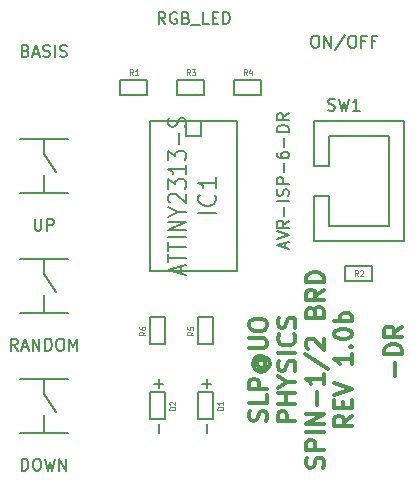
<source format=gto>
G04 (created by PCBNEW (2013-may-18)-stable) date Fri 29 Jul 2016 08:50:58 PM PDT*
%MOIN*%
G04 Gerber Fmt 3.4, Leading zero omitted, Abs format*
%FSLAX34Y34*%
G01*
G70*
G90*
G04 APERTURE LIST*
%ADD10C,0.00590551*%
%ADD11C,0.011811*%
%ADD12C,0.005*%
%ADD13C,0.0045*%
G04 APERTURE END LIST*
G54D10*
G54D11*
X46714Y-31015D02*
X46714Y-30565D01*
X46939Y-30284D02*
X46348Y-30284D01*
X46348Y-30143D01*
X46376Y-30059D01*
X46432Y-30003D01*
X46489Y-29975D01*
X46601Y-29946D01*
X46685Y-29946D01*
X46798Y-29975D01*
X46854Y-30003D01*
X46910Y-30059D01*
X46939Y-30143D01*
X46939Y-30284D01*
X46939Y-29356D02*
X46657Y-29553D01*
X46939Y-29693D02*
X46348Y-29693D01*
X46348Y-29468D01*
X46376Y-29412D01*
X46404Y-29384D01*
X46460Y-29356D01*
X46545Y-29356D01*
X46601Y-29384D01*
X46629Y-29412D01*
X46657Y-29468D01*
X46657Y-29693D01*
X42410Y-32501D02*
X42439Y-32416D01*
X42439Y-32276D01*
X42410Y-32220D01*
X42382Y-32192D01*
X42326Y-32163D01*
X42270Y-32163D01*
X42214Y-32192D01*
X42185Y-32220D01*
X42157Y-32276D01*
X42129Y-32388D01*
X42101Y-32445D01*
X42073Y-32473D01*
X42017Y-32501D01*
X41960Y-32501D01*
X41904Y-32473D01*
X41876Y-32445D01*
X41848Y-32388D01*
X41848Y-32248D01*
X41876Y-32163D01*
X42439Y-31629D02*
X42439Y-31910D01*
X41848Y-31910D01*
X42439Y-31432D02*
X41848Y-31432D01*
X41848Y-31207D01*
X41876Y-31151D01*
X41904Y-31123D01*
X41960Y-31095D01*
X42045Y-31095D01*
X42101Y-31123D01*
X42129Y-31151D01*
X42157Y-31207D01*
X42157Y-31432D01*
X42157Y-30476D02*
X42129Y-30504D01*
X42101Y-30560D01*
X42101Y-30617D01*
X42129Y-30673D01*
X42157Y-30701D01*
X42214Y-30729D01*
X42270Y-30729D01*
X42326Y-30701D01*
X42354Y-30673D01*
X42382Y-30617D01*
X42382Y-30560D01*
X42354Y-30504D01*
X42326Y-30476D01*
X42101Y-30476D02*
X42326Y-30476D01*
X42354Y-30448D01*
X42354Y-30420D01*
X42326Y-30364D01*
X42270Y-30335D01*
X42129Y-30335D01*
X42045Y-30392D01*
X41989Y-30476D01*
X41960Y-30589D01*
X41989Y-30701D01*
X42045Y-30785D01*
X42129Y-30842D01*
X42242Y-30870D01*
X42354Y-30842D01*
X42439Y-30785D01*
X42495Y-30701D01*
X42523Y-30589D01*
X42495Y-30476D01*
X42439Y-30392D01*
X41848Y-30082D02*
X42326Y-30082D01*
X42382Y-30054D01*
X42410Y-30026D01*
X42439Y-29970D01*
X42439Y-29857D01*
X42410Y-29801D01*
X42382Y-29773D01*
X42326Y-29745D01*
X41848Y-29745D01*
X41848Y-29351D02*
X41848Y-29239D01*
X41876Y-29183D01*
X41932Y-29126D01*
X42045Y-29098D01*
X42242Y-29098D01*
X42354Y-29126D01*
X42410Y-29183D01*
X42439Y-29239D01*
X42439Y-29351D01*
X42410Y-29407D01*
X42354Y-29464D01*
X42242Y-29492D01*
X42045Y-29492D01*
X41932Y-29464D01*
X41876Y-29407D01*
X41848Y-29351D01*
X43383Y-32515D02*
X42793Y-32515D01*
X42793Y-32290D01*
X42821Y-32234D01*
X42849Y-32206D01*
X42905Y-32177D01*
X42990Y-32177D01*
X43046Y-32206D01*
X43074Y-32234D01*
X43102Y-32290D01*
X43102Y-32515D01*
X43383Y-31924D02*
X42793Y-31924D01*
X43074Y-31924D02*
X43074Y-31587D01*
X43383Y-31587D02*
X42793Y-31587D01*
X43102Y-31193D02*
X43383Y-31193D01*
X42793Y-31390D02*
X43102Y-31193D01*
X42793Y-30996D01*
X43355Y-30828D02*
X43383Y-30743D01*
X43383Y-30603D01*
X43355Y-30546D01*
X43327Y-30518D01*
X43271Y-30490D01*
X43215Y-30490D01*
X43158Y-30518D01*
X43130Y-30546D01*
X43102Y-30603D01*
X43074Y-30715D01*
X43046Y-30771D01*
X43018Y-30799D01*
X42962Y-30828D01*
X42905Y-30828D01*
X42849Y-30799D01*
X42821Y-30771D01*
X42793Y-30715D01*
X42793Y-30575D01*
X42821Y-30490D01*
X43383Y-30237D02*
X42793Y-30237D01*
X43327Y-29618D02*
X43355Y-29647D01*
X43383Y-29731D01*
X43383Y-29787D01*
X43355Y-29871D01*
X43299Y-29928D01*
X43243Y-29956D01*
X43130Y-29984D01*
X43046Y-29984D01*
X42933Y-29956D01*
X42877Y-29928D01*
X42821Y-29871D01*
X42793Y-29787D01*
X42793Y-29731D01*
X42821Y-29647D01*
X42849Y-29618D01*
X43355Y-29393D02*
X43383Y-29309D01*
X43383Y-29168D01*
X43355Y-29112D01*
X43327Y-29084D01*
X43271Y-29056D01*
X43215Y-29056D01*
X43158Y-29084D01*
X43130Y-29112D01*
X43102Y-29168D01*
X43074Y-29281D01*
X43046Y-29337D01*
X43018Y-29365D01*
X42962Y-29393D01*
X42905Y-29393D01*
X42849Y-29365D01*
X42821Y-29337D01*
X42793Y-29281D01*
X42793Y-29140D01*
X42821Y-29056D01*
X44300Y-34062D02*
X44328Y-33977D01*
X44328Y-33837D01*
X44300Y-33780D01*
X44272Y-33752D01*
X44216Y-33724D01*
X44160Y-33724D01*
X44103Y-33752D01*
X44075Y-33780D01*
X44047Y-33837D01*
X44019Y-33949D01*
X43991Y-34005D01*
X43963Y-34033D01*
X43906Y-34062D01*
X43850Y-34062D01*
X43794Y-34033D01*
X43766Y-34005D01*
X43738Y-33949D01*
X43738Y-33808D01*
X43766Y-33724D01*
X44328Y-33471D02*
X43738Y-33471D01*
X43738Y-33246D01*
X43766Y-33190D01*
X43794Y-33162D01*
X43850Y-33134D01*
X43935Y-33134D01*
X43991Y-33162D01*
X44019Y-33190D01*
X44047Y-33246D01*
X44047Y-33471D01*
X44328Y-32880D02*
X43738Y-32880D01*
X44328Y-32599D02*
X43738Y-32599D01*
X44328Y-32262D01*
X43738Y-32262D01*
X44103Y-31981D02*
X44103Y-31531D01*
X44328Y-30940D02*
X44328Y-31278D01*
X44328Y-31109D02*
X43738Y-31109D01*
X43822Y-31165D01*
X43878Y-31221D01*
X43906Y-31278D01*
X43710Y-30265D02*
X44469Y-30771D01*
X43794Y-30096D02*
X43766Y-30068D01*
X43738Y-30012D01*
X43738Y-29871D01*
X43766Y-29815D01*
X43794Y-29787D01*
X43850Y-29759D01*
X43906Y-29759D01*
X43991Y-29787D01*
X44328Y-30125D01*
X44328Y-29759D01*
X44019Y-28859D02*
X44047Y-28775D01*
X44075Y-28747D01*
X44131Y-28719D01*
X44216Y-28719D01*
X44272Y-28747D01*
X44300Y-28775D01*
X44328Y-28831D01*
X44328Y-29056D01*
X43738Y-29056D01*
X43738Y-28859D01*
X43766Y-28803D01*
X43794Y-28775D01*
X43850Y-28747D01*
X43906Y-28747D01*
X43963Y-28775D01*
X43991Y-28803D01*
X44019Y-28859D01*
X44019Y-29056D01*
X44328Y-28128D02*
X44047Y-28325D01*
X44328Y-28465D02*
X43738Y-28465D01*
X43738Y-28240D01*
X43766Y-28184D01*
X43794Y-28156D01*
X43850Y-28128D01*
X43935Y-28128D01*
X43991Y-28156D01*
X44019Y-28184D01*
X44047Y-28240D01*
X44047Y-28465D01*
X44328Y-27875D02*
X43738Y-27875D01*
X43738Y-27734D01*
X43766Y-27650D01*
X43822Y-27594D01*
X43878Y-27566D01*
X43991Y-27537D01*
X44075Y-27537D01*
X44188Y-27566D01*
X44244Y-27594D01*
X44300Y-27650D01*
X44328Y-27734D01*
X44328Y-27875D01*
X45273Y-32332D02*
X44992Y-32529D01*
X45273Y-32670D02*
X44683Y-32670D01*
X44683Y-32445D01*
X44711Y-32388D01*
X44739Y-32360D01*
X44795Y-32332D01*
X44879Y-32332D01*
X44936Y-32360D01*
X44964Y-32388D01*
X44992Y-32445D01*
X44992Y-32670D01*
X44964Y-32079D02*
X44964Y-31882D01*
X45273Y-31798D02*
X45273Y-32079D01*
X44683Y-32079D01*
X44683Y-31798D01*
X44683Y-31629D02*
X45273Y-31432D01*
X44683Y-31235D01*
X45273Y-30279D02*
X45273Y-30617D01*
X45273Y-30448D02*
X44683Y-30448D01*
X44767Y-30504D01*
X44823Y-30560D01*
X44851Y-30617D01*
X45217Y-30026D02*
X45245Y-29998D01*
X45273Y-30026D01*
X45245Y-30054D01*
X45217Y-30026D01*
X45273Y-30026D01*
X44683Y-29632D02*
X44683Y-29576D01*
X44711Y-29520D01*
X44739Y-29492D01*
X44795Y-29464D01*
X44908Y-29436D01*
X45048Y-29436D01*
X45161Y-29464D01*
X45217Y-29492D01*
X45245Y-29520D01*
X45273Y-29576D01*
X45273Y-29632D01*
X45245Y-29689D01*
X45217Y-29717D01*
X45161Y-29745D01*
X45048Y-29773D01*
X44908Y-29773D01*
X44795Y-29745D01*
X44739Y-29717D01*
X44711Y-29689D01*
X44683Y-29632D01*
X45273Y-29183D02*
X44683Y-29183D01*
X44908Y-29183D02*
X44879Y-29126D01*
X44879Y-29014D01*
X44908Y-28958D01*
X44936Y-28929D01*
X44992Y-28901D01*
X45161Y-28901D01*
X45217Y-28929D01*
X45245Y-28958D01*
X45273Y-29014D01*
X45273Y-29126D01*
X45245Y-29183D01*
G54D12*
X38550Y-27500D02*
X41450Y-27500D01*
X41450Y-22500D02*
X38550Y-22500D01*
X38550Y-27500D02*
X38550Y-22500D01*
X41450Y-22500D02*
X41450Y-27500D01*
X40250Y-22500D02*
X40250Y-23000D01*
X40250Y-23000D02*
X39750Y-23000D01*
X39750Y-23000D02*
X39750Y-22500D01*
X37550Y-21150D02*
X38450Y-21150D01*
X38450Y-21150D02*
X38450Y-21650D01*
X38450Y-21650D02*
X37550Y-21650D01*
X37550Y-21650D02*
X37550Y-21150D01*
X39450Y-21150D02*
X40350Y-21150D01*
X40350Y-21150D02*
X40350Y-21650D01*
X40350Y-21650D02*
X39450Y-21650D01*
X39450Y-21650D02*
X39450Y-21150D01*
X41350Y-21150D02*
X42250Y-21150D01*
X42250Y-21150D02*
X42250Y-21650D01*
X42250Y-21650D02*
X41350Y-21650D01*
X41350Y-21650D02*
X41350Y-21150D01*
X45950Y-27850D02*
X45050Y-27850D01*
X45050Y-27850D02*
X45050Y-27350D01*
X45050Y-27350D02*
X45950Y-27350D01*
X45950Y-27350D02*
X45950Y-27850D01*
G54D10*
X46500Y-23000D02*
X46500Y-26000D01*
X46500Y-26000D02*
X44500Y-26000D01*
X44500Y-26000D02*
X44500Y-25000D01*
X44500Y-25000D02*
X44000Y-25000D01*
X44000Y-25000D02*
X44000Y-26500D01*
X44000Y-26500D02*
X47000Y-26500D01*
X47000Y-26500D02*
X47000Y-22500D01*
X47000Y-22500D02*
X44000Y-22500D01*
X44000Y-22500D02*
X44000Y-24000D01*
X44000Y-24000D02*
X44500Y-24000D01*
X46500Y-23000D02*
X44500Y-23000D01*
X44500Y-23000D02*
X44500Y-24000D01*
X35000Y-32300D02*
X35000Y-32900D01*
X35000Y-31100D02*
X35000Y-31600D01*
X35000Y-31600D02*
X35400Y-32200D01*
X34200Y-32900D02*
X35800Y-32900D01*
X34200Y-31100D02*
X35800Y-31100D01*
X35000Y-28300D02*
X35000Y-28900D01*
X35000Y-27100D02*
X35000Y-27600D01*
X35000Y-27600D02*
X35400Y-28200D01*
X34200Y-28900D02*
X35800Y-28900D01*
X34200Y-27100D02*
X35800Y-27100D01*
X35000Y-24300D02*
X35000Y-24900D01*
X35000Y-23100D02*
X35000Y-23600D01*
X35000Y-23600D02*
X35400Y-24200D01*
X34200Y-24900D02*
X35800Y-24900D01*
X34200Y-23100D02*
X35800Y-23100D01*
G54D12*
X40650Y-31550D02*
X40650Y-32450D01*
X40650Y-32450D02*
X40150Y-32450D01*
X40150Y-32450D02*
X40150Y-31550D01*
X40150Y-31550D02*
X40650Y-31550D01*
X39050Y-31550D02*
X39050Y-32450D01*
X39050Y-32450D02*
X38550Y-32450D01*
X38550Y-32450D02*
X38550Y-31550D01*
X38550Y-31550D02*
X39050Y-31550D01*
X40150Y-29950D02*
X40150Y-29050D01*
X40150Y-29050D02*
X40650Y-29050D01*
X40650Y-29050D02*
X40650Y-29950D01*
X40650Y-29950D02*
X40150Y-29950D01*
X38550Y-29950D02*
X38550Y-29050D01*
X38550Y-29050D02*
X39050Y-29050D01*
X39050Y-29050D02*
X39050Y-29950D01*
X39050Y-29950D02*
X38550Y-29950D01*
X40742Y-25585D02*
X40142Y-25585D01*
X40685Y-24957D02*
X40714Y-24985D01*
X40742Y-25071D01*
X40742Y-25128D01*
X40714Y-25214D01*
X40657Y-25271D01*
X40600Y-25300D01*
X40485Y-25328D01*
X40400Y-25328D01*
X40285Y-25300D01*
X40228Y-25271D01*
X40171Y-25214D01*
X40142Y-25128D01*
X40142Y-25071D01*
X40171Y-24985D01*
X40200Y-24957D01*
X40742Y-24385D02*
X40742Y-24728D01*
X40742Y-24557D02*
X40142Y-24557D01*
X40228Y-24614D01*
X40285Y-24671D01*
X40314Y-24728D01*
X39571Y-27595D02*
X39571Y-27357D01*
X39742Y-27642D02*
X39142Y-27476D01*
X39742Y-27309D01*
X39142Y-27214D02*
X39142Y-26928D01*
X39742Y-27071D02*
X39142Y-27071D01*
X39142Y-26833D02*
X39142Y-26547D01*
X39742Y-26690D02*
X39142Y-26690D01*
X39742Y-26380D02*
X39142Y-26380D01*
X39742Y-26142D02*
X39142Y-26142D01*
X39742Y-25857D01*
X39142Y-25857D01*
X39457Y-25523D02*
X39742Y-25523D01*
X39142Y-25690D02*
X39457Y-25523D01*
X39142Y-25357D01*
X39200Y-25214D02*
X39171Y-25190D01*
X39142Y-25142D01*
X39142Y-25023D01*
X39171Y-24976D01*
X39200Y-24952D01*
X39257Y-24928D01*
X39314Y-24928D01*
X39400Y-24952D01*
X39742Y-25238D01*
X39742Y-24928D01*
X39142Y-24761D02*
X39142Y-24452D01*
X39371Y-24619D01*
X39371Y-24547D01*
X39400Y-24500D01*
X39428Y-24476D01*
X39485Y-24452D01*
X39628Y-24452D01*
X39685Y-24476D01*
X39714Y-24500D01*
X39742Y-24547D01*
X39742Y-24690D01*
X39714Y-24738D01*
X39685Y-24761D01*
X39742Y-23976D02*
X39742Y-24261D01*
X39742Y-24119D02*
X39142Y-24119D01*
X39228Y-24166D01*
X39285Y-24214D01*
X39314Y-24261D01*
X39142Y-23809D02*
X39142Y-23500D01*
X39371Y-23666D01*
X39371Y-23595D01*
X39400Y-23547D01*
X39428Y-23523D01*
X39485Y-23500D01*
X39628Y-23500D01*
X39685Y-23523D01*
X39714Y-23547D01*
X39742Y-23595D01*
X39742Y-23738D01*
X39714Y-23785D01*
X39685Y-23809D01*
X39514Y-23285D02*
X39514Y-22904D01*
X39714Y-22690D02*
X39742Y-22619D01*
X39742Y-22500D01*
X39714Y-22452D01*
X39685Y-22428D01*
X39628Y-22404D01*
X39571Y-22404D01*
X39514Y-22428D01*
X39485Y-22452D01*
X39457Y-22500D01*
X39428Y-22595D01*
X39400Y-22642D01*
X39371Y-22666D01*
X39314Y-22690D01*
X39257Y-22690D01*
X39200Y-22666D01*
X39171Y-22642D01*
X39142Y-22595D01*
X39142Y-22476D01*
X39171Y-22404D01*
G54D13*
X37970Y-20980D02*
X37910Y-20885D01*
X37867Y-20980D02*
X37867Y-20780D01*
X37935Y-20780D01*
X37952Y-20790D01*
X37961Y-20800D01*
X37970Y-20819D01*
X37970Y-20847D01*
X37961Y-20866D01*
X37952Y-20876D01*
X37935Y-20885D01*
X37867Y-20885D01*
X38141Y-20980D02*
X38038Y-20980D01*
X38090Y-20980D02*
X38090Y-20780D01*
X38072Y-20809D01*
X38055Y-20828D01*
X38038Y-20838D01*
X39870Y-20980D02*
X39810Y-20885D01*
X39767Y-20980D02*
X39767Y-20780D01*
X39835Y-20780D01*
X39852Y-20790D01*
X39861Y-20800D01*
X39870Y-20819D01*
X39870Y-20847D01*
X39861Y-20866D01*
X39852Y-20876D01*
X39835Y-20885D01*
X39767Y-20885D01*
X39930Y-20780D02*
X40041Y-20780D01*
X39981Y-20857D01*
X40007Y-20857D01*
X40024Y-20866D01*
X40032Y-20876D01*
X40041Y-20895D01*
X40041Y-20942D01*
X40032Y-20961D01*
X40024Y-20971D01*
X40007Y-20980D01*
X39955Y-20980D01*
X39938Y-20971D01*
X39930Y-20961D01*
X41770Y-20980D02*
X41710Y-20885D01*
X41667Y-20980D02*
X41667Y-20780D01*
X41735Y-20780D01*
X41752Y-20790D01*
X41761Y-20800D01*
X41770Y-20819D01*
X41770Y-20847D01*
X41761Y-20866D01*
X41752Y-20876D01*
X41735Y-20885D01*
X41667Y-20885D01*
X41924Y-20847D02*
X41924Y-20980D01*
X41881Y-20771D02*
X41838Y-20914D01*
X41950Y-20914D01*
X45470Y-27680D02*
X45410Y-27585D01*
X45367Y-27680D02*
X45367Y-27480D01*
X45435Y-27480D01*
X45452Y-27490D01*
X45461Y-27500D01*
X45470Y-27519D01*
X45470Y-27547D01*
X45461Y-27566D01*
X45452Y-27576D01*
X45435Y-27585D01*
X45367Y-27585D01*
X45538Y-27500D02*
X45547Y-27490D01*
X45564Y-27480D01*
X45607Y-27480D01*
X45624Y-27490D01*
X45632Y-27500D01*
X45641Y-27519D01*
X45641Y-27538D01*
X45632Y-27566D01*
X45530Y-27680D01*
X45641Y-27680D01*
G54D10*
X43046Y-26749D02*
X43046Y-26562D01*
X43159Y-26787D02*
X42765Y-26655D01*
X43159Y-26524D01*
X42765Y-26449D02*
X43159Y-26318D01*
X42765Y-26187D01*
X43159Y-25831D02*
X42971Y-25962D01*
X43159Y-26056D02*
X42765Y-26056D01*
X42765Y-25906D01*
X42784Y-25868D01*
X42803Y-25849D01*
X42840Y-25831D01*
X42896Y-25831D01*
X42934Y-25849D01*
X42953Y-25868D01*
X42971Y-25906D01*
X42971Y-26056D01*
X43009Y-25662D02*
X43009Y-25362D01*
X43159Y-25174D02*
X42765Y-25174D01*
X43140Y-25006D02*
X43159Y-24949D01*
X43159Y-24856D01*
X43140Y-24818D01*
X43121Y-24799D01*
X43084Y-24781D01*
X43046Y-24781D01*
X43009Y-24799D01*
X42990Y-24818D01*
X42971Y-24856D01*
X42953Y-24931D01*
X42934Y-24968D01*
X42915Y-24987D01*
X42878Y-25006D01*
X42840Y-25006D01*
X42803Y-24987D01*
X42784Y-24968D01*
X42765Y-24931D01*
X42765Y-24837D01*
X42784Y-24781D01*
X43159Y-24612D02*
X42765Y-24612D01*
X42765Y-24462D01*
X42784Y-24425D01*
X42803Y-24406D01*
X42840Y-24387D01*
X42896Y-24387D01*
X42934Y-24406D01*
X42953Y-24425D01*
X42971Y-24462D01*
X42971Y-24612D01*
X43009Y-24218D02*
X43009Y-23918D01*
X42765Y-23562D02*
X42765Y-23637D01*
X42784Y-23675D01*
X42803Y-23693D01*
X42859Y-23731D01*
X42934Y-23750D01*
X43084Y-23750D01*
X43121Y-23731D01*
X43140Y-23712D01*
X43159Y-23675D01*
X43159Y-23600D01*
X43140Y-23562D01*
X43121Y-23543D01*
X43084Y-23525D01*
X42990Y-23525D01*
X42953Y-23543D01*
X42934Y-23562D01*
X42915Y-23600D01*
X42915Y-23675D01*
X42934Y-23712D01*
X42953Y-23731D01*
X42990Y-23750D01*
X43009Y-23356D02*
X43009Y-23056D01*
X43159Y-22868D02*
X42765Y-22868D01*
X42765Y-22775D01*
X42784Y-22718D01*
X42821Y-22681D01*
X42859Y-22662D01*
X42934Y-22643D01*
X42990Y-22643D01*
X43065Y-22662D01*
X43103Y-22681D01*
X43140Y-22718D01*
X43159Y-22775D01*
X43159Y-22868D01*
X43159Y-22250D02*
X42971Y-22381D01*
X43159Y-22475D02*
X42765Y-22475D01*
X42765Y-22325D01*
X42784Y-22287D01*
X42803Y-22269D01*
X42840Y-22250D01*
X42896Y-22250D01*
X42934Y-22269D01*
X42953Y-22287D01*
X42971Y-22325D01*
X42971Y-22475D01*
X34259Y-34159D02*
X34259Y-33765D01*
X34353Y-33765D01*
X34409Y-33784D01*
X34446Y-33821D01*
X34465Y-33859D01*
X34484Y-33934D01*
X34484Y-33990D01*
X34465Y-34065D01*
X34446Y-34103D01*
X34409Y-34140D01*
X34353Y-34159D01*
X34259Y-34159D01*
X34728Y-33765D02*
X34803Y-33765D01*
X34840Y-33784D01*
X34878Y-33821D01*
X34896Y-33896D01*
X34896Y-34028D01*
X34878Y-34103D01*
X34840Y-34140D01*
X34803Y-34159D01*
X34728Y-34159D01*
X34690Y-34140D01*
X34653Y-34103D01*
X34634Y-34028D01*
X34634Y-33896D01*
X34653Y-33821D01*
X34690Y-33784D01*
X34728Y-33765D01*
X35028Y-33765D02*
X35121Y-34159D01*
X35196Y-33878D01*
X35271Y-34159D01*
X35365Y-33765D01*
X35515Y-34159D02*
X35515Y-33765D01*
X35740Y-34159D01*
X35740Y-33765D01*
X34118Y-30159D02*
X33987Y-29971D01*
X33893Y-30159D02*
X33893Y-29765D01*
X34043Y-29765D01*
X34081Y-29784D01*
X34100Y-29803D01*
X34118Y-29840D01*
X34118Y-29896D01*
X34100Y-29934D01*
X34081Y-29953D01*
X34043Y-29971D01*
X33893Y-29971D01*
X34268Y-30046D02*
X34456Y-30046D01*
X34231Y-30159D02*
X34362Y-29765D01*
X34493Y-30159D01*
X34625Y-30159D02*
X34625Y-29765D01*
X34850Y-30159D01*
X34850Y-29765D01*
X35037Y-30159D02*
X35037Y-29765D01*
X35131Y-29765D01*
X35187Y-29784D01*
X35224Y-29821D01*
X35243Y-29859D01*
X35262Y-29934D01*
X35262Y-29990D01*
X35243Y-30065D01*
X35224Y-30103D01*
X35187Y-30140D01*
X35131Y-30159D01*
X35037Y-30159D01*
X35506Y-29765D02*
X35581Y-29765D01*
X35618Y-29784D01*
X35656Y-29821D01*
X35674Y-29896D01*
X35674Y-30028D01*
X35656Y-30103D01*
X35618Y-30140D01*
X35581Y-30159D01*
X35506Y-30159D01*
X35468Y-30140D01*
X35431Y-30103D01*
X35412Y-30028D01*
X35412Y-29896D01*
X35431Y-29821D01*
X35468Y-29784D01*
X35506Y-29765D01*
X35843Y-30159D02*
X35843Y-29765D01*
X35974Y-30046D01*
X36106Y-29765D01*
X36106Y-30159D01*
X34690Y-25765D02*
X34690Y-26084D01*
X34709Y-26121D01*
X34728Y-26140D01*
X34765Y-26159D01*
X34840Y-26159D01*
X34878Y-26140D01*
X34896Y-26121D01*
X34915Y-26084D01*
X34915Y-25765D01*
X35103Y-26159D02*
X35103Y-25765D01*
X35253Y-25765D01*
X35290Y-25784D01*
X35309Y-25803D01*
X35328Y-25840D01*
X35328Y-25896D01*
X35309Y-25934D01*
X35290Y-25953D01*
X35253Y-25971D01*
X35103Y-25971D01*
X44475Y-22140D02*
X44531Y-22159D01*
X44625Y-22159D01*
X44662Y-22140D01*
X44681Y-22121D01*
X44700Y-22084D01*
X44700Y-22046D01*
X44681Y-22009D01*
X44662Y-21990D01*
X44625Y-21971D01*
X44550Y-21953D01*
X44512Y-21934D01*
X44493Y-21915D01*
X44475Y-21878D01*
X44475Y-21840D01*
X44493Y-21803D01*
X44512Y-21784D01*
X44550Y-21765D01*
X44643Y-21765D01*
X44700Y-21784D01*
X44831Y-21765D02*
X44925Y-22159D01*
X45000Y-21878D01*
X45074Y-22159D01*
X45168Y-21765D01*
X45524Y-22159D02*
X45299Y-22159D01*
X45412Y-22159D02*
X45412Y-21765D01*
X45374Y-21821D01*
X45337Y-21859D01*
X45299Y-21878D01*
X44006Y-19665D02*
X44081Y-19665D01*
X44118Y-19684D01*
X44156Y-19721D01*
X44175Y-19796D01*
X44175Y-19928D01*
X44156Y-20003D01*
X44118Y-20040D01*
X44081Y-20059D01*
X44006Y-20059D01*
X43968Y-20040D01*
X43931Y-20003D01*
X43912Y-19928D01*
X43912Y-19796D01*
X43931Y-19721D01*
X43968Y-19684D01*
X44006Y-19665D01*
X44343Y-20059D02*
X44343Y-19665D01*
X44568Y-20059D01*
X44568Y-19665D01*
X45037Y-19646D02*
X44700Y-20153D01*
X45243Y-19665D02*
X45318Y-19665D01*
X45356Y-19684D01*
X45393Y-19721D01*
X45412Y-19796D01*
X45412Y-19928D01*
X45393Y-20003D01*
X45356Y-20040D01*
X45318Y-20059D01*
X45243Y-20059D01*
X45206Y-20040D01*
X45168Y-20003D01*
X45149Y-19928D01*
X45149Y-19796D01*
X45168Y-19721D01*
X45206Y-19684D01*
X45243Y-19665D01*
X45712Y-19853D02*
X45581Y-19853D01*
X45581Y-20059D02*
X45581Y-19665D01*
X45768Y-19665D01*
X46049Y-19853D02*
X45918Y-19853D01*
X45918Y-20059D02*
X45918Y-19665D01*
X46106Y-19665D01*
X34390Y-20165D02*
X34446Y-20184D01*
X34465Y-20203D01*
X34484Y-20240D01*
X34484Y-20296D01*
X34465Y-20334D01*
X34446Y-20353D01*
X34409Y-20371D01*
X34259Y-20371D01*
X34259Y-19978D01*
X34390Y-19978D01*
X34428Y-19997D01*
X34446Y-20015D01*
X34465Y-20053D01*
X34465Y-20090D01*
X34446Y-20128D01*
X34428Y-20146D01*
X34390Y-20165D01*
X34259Y-20165D01*
X34634Y-20259D02*
X34821Y-20259D01*
X34596Y-20371D02*
X34728Y-19978D01*
X34859Y-20371D01*
X34971Y-20353D02*
X35028Y-20371D01*
X35121Y-20371D01*
X35159Y-20353D01*
X35178Y-20334D01*
X35196Y-20296D01*
X35196Y-20259D01*
X35178Y-20221D01*
X35159Y-20203D01*
X35121Y-20184D01*
X35046Y-20165D01*
X35009Y-20146D01*
X34990Y-20128D01*
X34971Y-20090D01*
X34971Y-20053D01*
X34990Y-20015D01*
X35009Y-19997D01*
X35046Y-19978D01*
X35140Y-19978D01*
X35196Y-19997D01*
X35365Y-20371D02*
X35365Y-19978D01*
X35534Y-20353D02*
X35590Y-20371D01*
X35684Y-20371D01*
X35721Y-20353D01*
X35740Y-20334D01*
X35759Y-20296D01*
X35759Y-20259D01*
X35740Y-20221D01*
X35721Y-20203D01*
X35684Y-20184D01*
X35609Y-20165D01*
X35571Y-20146D01*
X35553Y-20128D01*
X35534Y-20090D01*
X35534Y-20053D01*
X35553Y-20015D01*
X35571Y-19997D01*
X35609Y-19978D01*
X35703Y-19978D01*
X35759Y-19997D01*
X39043Y-19271D02*
X38912Y-19084D01*
X38818Y-19271D02*
X38818Y-18878D01*
X38968Y-18878D01*
X39006Y-18897D01*
X39025Y-18915D01*
X39043Y-18953D01*
X39043Y-19009D01*
X39025Y-19046D01*
X39006Y-19065D01*
X38968Y-19084D01*
X38818Y-19084D01*
X39418Y-18897D02*
X39381Y-18878D01*
X39325Y-18878D01*
X39268Y-18897D01*
X39231Y-18934D01*
X39212Y-18971D01*
X39193Y-19046D01*
X39193Y-19103D01*
X39212Y-19178D01*
X39231Y-19215D01*
X39268Y-19253D01*
X39325Y-19271D01*
X39362Y-19271D01*
X39418Y-19253D01*
X39437Y-19234D01*
X39437Y-19103D01*
X39362Y-19103D01*
X39737Y-19065D02*
X39793Y-19084D01*
X39812Y-19103D01*
X39831Y-19140D01*
X39831Y-19196D01*
X39812Y-19234D01*
X39793Y-19253D01*
X39756Y-19271D01*
X39606Y-19271D01*
X39606Y-18878D01*
X39737Y-18878D01*
X39775Y-18897D01*
X39793Y-18915D01*
X39812Y-18953D01*
X39812Y-18990D01*
X39793Y-19028D01*
X39775Y-19046D01*
X39737Y-19065D01*
X39606Y-19065D01*
X39906Y-19309D02*
X40206Y-19309D01*
X40487Y-19271D02*
X40299Y-19271D01*
X40299Y-18878D01*
X40618Y-19065D02*
X40749Y-19065D01*
X40806Y-19271D02*
X40618Y-19271D01*
X40618Y-18878D01*
X40806Y-18878D01*
X40974Y-19271D02*
X40974Y-18878D01*
X41068Y-18878D01*
X41124Y-18897D01*
X41162Y-18934D01*
X41181Y-18971D01*
X41199Y-19046D01*
X41199Y-19103D01*
X41181Y-19178D01*
X41162Y-19215D01*
X41124Y-19253D01*
X41068Y-19271D01*
X40974Y-19271D01*
G54D13*
X40980Y-32132D02*
X40780Y-32132D01*
X40780Y-32090D01*
X40790Y-32064D01*
X40809Y-32047D01*
X40828Y-32038D01*
X40866Y-32030D01*
X40895Y-32030D01*
X40933Y-32038D01*
X40952Y-32047D01*
X40971Y-32064D01*
X40980Y-32090D01*
X40980Y-32132D01*
X40980Y-31858D02*
X40980Y-31961D01*
X40980Y-31910D02*
X40780Y-31910D01*
X40809Y-31927D01*
X40828Y-31944D01*
X40838Y-31961D01*
G54D10*
X40429Y-32909D02*
X40429Y-32610D01*
X40429Y-31409D02*
X40429Y-31110D01*
X40579Y-31259D02*
X40279Y-31259D01*
G54D13*
X39380Y-32132D02*
X39180Y-32132D01*
X39180Y-32090D01*
X39190Y-32064D01*
X39209Y-32047D01*
X39228Y-32038D01*
X39266Y-32030D01*
X39295Y-32030D01*
X39333Y-32038D01*
X39352Y-32047D01*
X39371Y-32064D01*
X39380Y-32090D01*
X39380Y-32132D01*
X39200Y-31961D02*
X39190Y-31952D01*
X39180Y-31935D01*
X39180Y-31892D01*
X39190Y-31875D01*
X39200Y-31867D01*
X39219Y-31858D01*
X39238Y-31858D01*
X39266Y-31867D01*
X39380Y-31970D01*
X39380Y-31858D01*
G54D10*
X38829Y-32909D02*
X38829Y-32610D01*
X38829Y-31409D02*
X38829Y-31110D01*
X38979Y-31259D02*
X38679Y-31259D01*
G54D13*
X39980Y-29530D02*
X39885Y-29590D01*
X39980Y-29632D02*
X39780Y-29632D01*
X39780Y-29564D01*
X39790Y-29547D01*
X39800Y-29538D01*
X39819Y-29530D01*
X39847Y-29530D01*
X39866Y-29538D01*
X39876Y-29547D01*
X39885Y-29564D01*
X39885Y-29632D01*
X39780Y-29367D02*
X39780Y-29452D01*
X39876Y-29461D01*
X39866Y-29452D01*
X39857Y-29435D01*
X39857Y-29392D01*
X39866Y-29375D01*
X39876Y-29367D01*
X39895Y-29358D01*
X39942Y-29358D01*
X39961Y-29367D01*
X39971Y-29375D01*
X39980Y-29392D01*
X39980Y-29435D01*
X39971Y-29452D01*
X39961Y-29461D01*
X38380Y-29530D02*
X38285Y-29590D01*
X38380Y-29632D02*
X38180Y-29632D01*
X38180Y-29564D01*
X38190Y-29547D01*
X38200Y-29538D01*
X38219Y-29530D01*
X38247Y-29530D01*
X38266Y-29538D01*
X38276Y-29547D01*
X38285Y-29564D01*
X38285Y-29632D01*
X38180Y-29375D02*
X38180Y-29410D01*
X38190Y-29427D01*
X38200Y-29435D01*
X38228Y-29452D01*
X38266Y-29461D01*
X38342Y-29461D01*
X38361Y-29452D01*
X38371Y-29444D01*
X38380Y-29427D01*
X38380Y-29392D01*
X38371Y-29375D01*
X38361Y-29367D01*
X38342Y-29358D01*
X38295Y-29358D01*
X38276Y-29367D01*
X38266Y-29375D01*
X38257Y-29392D01*
X38257Y-29427D01*
X38266Y-29444D01*
X38276Y-29452D01*
X38295Y-29461D01*
M02*

</source>
